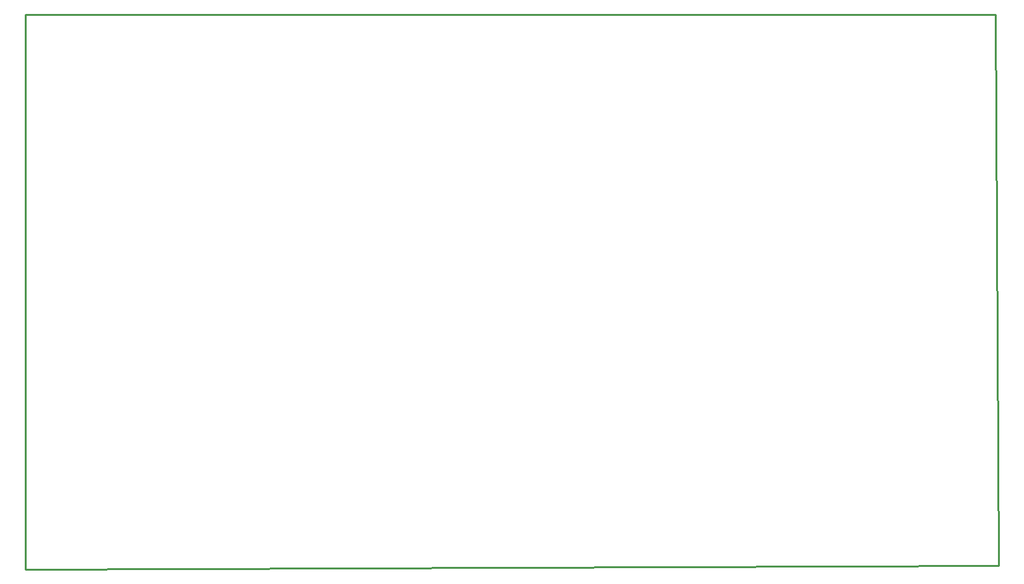
<source format=gko>
G04 Layer: BoardOutlineLayer*
G04 EasyEDA v6.5.15, 2022-09-06 17:38:20*
G04 Gerber Generator version 0.2*
G04 Scale: 100 percent, Rotated: No, Reflected: No *
G04 Dimensions in millimeters *
G04 leading zeros omitted , absolute positions ,4 integer and 5 decimal *
%FSLAX45Y45*%
%MOMM*%

%ADD10C,0.2540*%
D10*
X749300Y6096000D02*
G01*
X13690600Y6096000D01*
X13728700Y-1257300D01*
X749300Y-1308100D01*
X749300Y6096000D01*

%LPD*%
M02*

</source>
